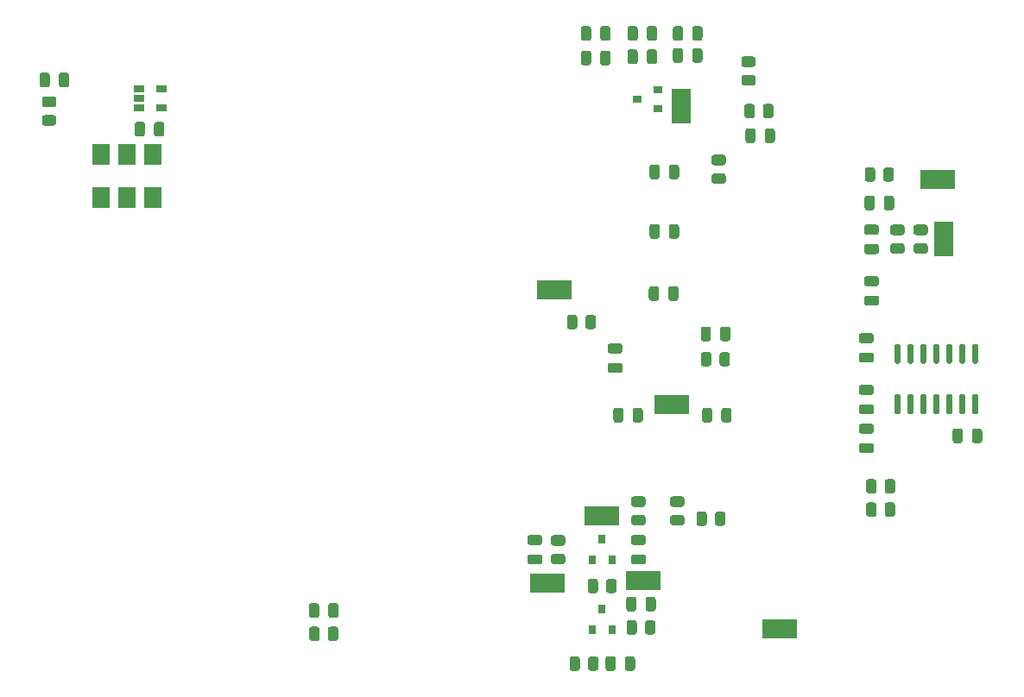
<source format=gbr>
%TF.GenerationSoftware,KiCad,Pcbnew,(5.1.10)-1*%
%TF.CreationDate,2021-06-15T10:49:33-05:00*%
%TF.ProjectId,gd VGC proto pcb,67642056-4743-4207-9072-6f746f207063,rev?*%
%TF.SameCoordinates,Original*%
%TF.FileFunction,Paste,Top*%
%TF.FilePolarity,Positive*%
%FSLAX46Y46*%
G04 Gerber Fmt 4.6, Leading zero omitted, Abs format (unit mm)*
G04 Created by KiCad (PCBNEW (5.1.10)-1) date 2021-06-15 10:49:33*
%MOMM*%
%LPD*%
G01*
G04 APERTURE LIST*
%ADD10R,3.450000X1.850000*%
%ADD11R,1.850000X3.450000*%
%ADD12R,1.800000X2.000000*%
%ADD13R,1.060000X0.650000*%
%ADD14R,0.900000X0.800000*%
%ADD15R,0.800000X0.900000*%
G04 APERTURE END LIST*
D10*
%TO.C,TP4*%
X149860000Y-93726000D03*
%TD*%
%TO.C,TP3*%
X187452000Y-82931000D03*
%TD*%
%TO.C,TP2*%
X171958000Y-127000000D03*
%TD*%
%TO.C,C25*%
G36*
G01*
X180942000Y-98991000D02*
X179992000Y-98991000D01*
G75*
G02*
X179742000Y-98741000I0J250000D01*
G01*
X179742000Y-98241000D01*
G75*
G02*
X179992000Y-97991000I250000J0D01*
G01*
X180942000Y-97991000D01*
G75*
G02*
X181192000Y-98241000I0J-250000D01*
G01*
X181192000Y-98741000D01*
G75*
G02*
X180942000Y-98991000I-250000J0D01*
G01*
G37*
G36*
G01*
X180942000Y-100891000D02*
X179992000Y-100891000D01*
G75*
G02*
X179742000Y-100641000I0J250000D01*
G01*
X179742000Y-100141000D01*
G75*
G02*
X179992000Y-99891000I250000J0D01*
G01*
X180942000Y-99891000D01*
G75*
G02*
X181192000Y-100141000I0J-250000D01*
G01*
X181192000Y-100641000D01*
G75*
G02*
X180942000Y-100891000I-250000J0D01*
G01*
G37*
%TD*%
%TO.C,C102*%
G36*
G01*
X153474000Y-70518000D02*
X153474000Y-71468000D01*
G75*
G02*
X153224000Y-71718000I-250000J0D01*
G01*
X152724000Y-71718000D01*
G75*
G02*
X152474000Y-71468000I0J250000D01*
G01*
X152474000Y-70518000D01*
G75*
G02*
X152724000Y-70268000I250000J0D01*
G01*
X153224000Y-70268000D01*
G75*
G02*
X153474000Y-70518000I0J-250000D01*
G01*
G37*
G36*
G01*
X155374000Y-70518000D02*
X155374000Y-71468000D01*
G75*
G02*
X155124000Y-71718000I-250000J0D01*
G01*
X154624000Y-71718000D01*
G75*
G02*
X154374000Y-71468000I0J250000D01*
G01*
X154374000Y-70518000D01*
G75*
G02*
X154624000Y-70268000I250000J0D01*
G01*
X155124000Y-70268000D01*
G75*
G02*
X155374000Y-70518000I0J-250000D01*
G01*
G37*
%TD*%
%TO.C,C6alt1*%
G36*
G01*
X160205000Y-81694000D02*
X160205000Y-82644000D01*
G75*
G02*
X159955000Y-82894000I-250000J0D01*
G01*
X159455000Y-82894000D01*
G75*
G02*
X159205000Y-82644000I0J250000D01*
G01*
X159205000Y-81694000D01*
G75*
G02*
X159455000Y-81444000I250000J0D01*
G01*
X159955000Y-81444000D01*
G75*
G02*
X160205000Y-81694000I0J-250000D01*
G01*
G37*
G36*
G01*
X162105000Y-81694000D02*
X162105000Y-82644000D01*
G75*
G02*
X161855000Y-82894000I-250000J0D01*
G01*
X161355000Y-82894000D01*
G75*
G02*
X161105000Y-82644000I0J250000D01*
G01*
X161105000Y-81694000D01*
G75*
G02*
X161355000Y-81444000I250000J0D01*
G01*
X161855000Y-81444000D01*
G75*
G02*
X162105000Y-81694000I0J-250000D01*
G01*
G37*
%TD*%
%TO.C,C5alt1*%
G36*
G01*
X160205000Y-87536000D02*
X160205000Y-88486000D01*
G75*
G02*
X159955000Y-88736000I-250000J0D01*
G01*
X159455000Y-88736000D01*
G75*
G02*
X159205000Y-88486000I0J250000D01*
G01*
X159205000Y-87536000D01*
G75*
G02*
X159455000Y-87286000I250000J0D01*
G01*
X159955000Y-87286000D01*
G75*
G02*
X160205000Y-87536000I0J-250000D01*
G01*
G37*
G36*
G01*
X162105000Y-87536000D02*
X162105000Y-88486000D01*
G75*
G02*
X161855000Y-88736000I-250000J0D01*
G01*
X161355000Y-88736000D01*
G75*
G02*
X161105000Y-88486000I0J250000D01*
G01*
X161105000Y-87536000D01*
G75*
G02*
X161355000Y-87286000I250000J0D01*
G01*
X161855000Y-87286000D01*
G75*
G02*
X162105000Y-87536000I0J-250000D01*
G01*
G37*
%TD*%
%TO.C,C4alt1*%
G36*
G01*
X160139000Y-93632000D02*
X160139000Y-94582000D01*
G75*
G02*
X159889000Y-94832000I-250000J0D01*
G01*
X159389000Y-94832000D01*
G75*
G02*
X159139000Y-94582000I0J250000D01*
G01*
X159139000Y-93632000D01*
G75*
G02*
X159389000Y-93382000I250000J0D01*
G01*
X159889000Y-93382000D01*
G75*
G02*
X160139000Y-93632000I0J-250000D01*
G01*
G37*
G36*
G01*
X162039000Y-93632000D02*
X162039000Y-94582000D01*
G75*
G02*
X161789000Y-94832000I-250000J0D01*
G01*
X161289000Y-94832000D01*
G75*
G02*
X161039000Y-94582000I0J250000D01*
G01*
X161039000Y-93632000D01*
G75*
G02*
X161289000Y-93382000I250000J0D01*
G01*
X161789000Y-93382000D01*
G75*
G02*
X162039000Y-93632000I0J-250000D01*
G01*
G37*
%TD*%
%TO.C,C20*%
G36*
G01*
X189923000Y-107602000D02*
X189923000Y-108552000D01*
G75*
G02*
X189673000Y-108802000I-250000J0D01*
G01*
X189173000Y-108802000D01*
G75*
G02*
X188923000Y-108552000I0J250000D01*
G01*
X188923000Y-107602000D01*
G75*
G02*
X189173000Y-107352000I250000J0D01*
G01*
X189673000Y-107352000D01*
G75*
G02*
X189923000Y-107602000I0J-250000D01*
G01*
G37*
G36*
G01*
X191823000Y-107602000D02*
X191823000Y-108552000D01*
G75*
G02*
X191573000Y-108802000I-250000J0D01*
G01*
X191073000Y-108802000D01*
G75*
G02*
X190823000Y-108552000I0J250000D01*
G01*
X190823000Y-107602000D01*
G75*
G02*
X191073000Y-107352000I250000J0D01*
G01*
X191573000Y-107352000D01*
G75*
G02*
X191823000Y-107602000I0J-250000D01*
G01*
G37*
%TD*%
D11*
%TO.C,TP127*%
X162306000Y-75692000D03*
%TD*%
%TO.C,TP67*%
X188087000Y-88773000D03*
%TD*%
D10*
%TO.C,TP61*%
X158623000Y-122301000D03*
%TD*%
%TO.C,TP60*%
X154559000Y-115951000D03*
%TD*%
%TO.C,TP59*%
X149225000Y-122555000D03*
%TD*%
%TO.C,TP1*%
X161417000Y-105029000D03*
%TD*%
%TO.C,R206*%
G36*
G01*
X99879999Y-76600000D02*
X100780001Y-76600000D01*
G75*
G02*
X101030000Y-76849999I0J-249999D01*
G01*
X101030000Y-77375001D01*
G75*
G02*
X100780001Y-77625000I-249999J0D01*
G01*
X99879999Y-77625000D01*
G75*
G02*
X99630000Y-77375001I0J249999D01*
G01*
X99630000Y-76849999D01*
G75*
G02*
X99879999Y-76600000I249999J0D01*
G01*
G37*
G36*
G01*
X99879999Y-74775000D02*
X100780001Y-74775000D01*
G75*
G02*
X101030000Y-75024999I0J-249999D01*
G01*
X101030000Y-75550001D01*
G75*
G02*
X100780001Y-75800000I-249999J0D01*
G01*
X99879999Y-75800000D01*
G75*
G02*
X99630000Y-75550001I0J249999D01*
G01*
X99630000Y-75024999D01*
G75*
G02*
X99879999Y-74775000I249999J0D01*
G01*
G37*
%TD*%
%TO.C,R193*%
G36*
G01*
X165627000Y-116655001D02*
X165627000Y-115754999D01*
G75*
G02*
X165876999Y-115505000I249999J0D01*
G01*
X166402001Y-115505000D01*
G75*
G02*
X166652000Y-115754999I0J-249999D01*
G01*
X166652000Y-116655001D01*
G75*
G02*
X166402001Y-116905000I-249999J0D01*
G01*
X165876999Y-116905000D01*
G75*
G02*
X165627000Y-116655001I0J249999D01*
G01*
G37*
G36*
G01*
X163802000Y-116655001D02*
X163802000Y-115754999D01*
G75*
G02*
X164051999Y-115505000I249999J0D01*
G01*
X164577001Y-115505000D01*
G75*
G02*
X164827000Y-115754999I0J-249999D01*
G01*
X164827000Y-116655001D01*
G75*
G02*
X164577001Y-116905000I-249999J0D01*
G01*
X164051999Y-116905000D01*
G75*
G02*
X163802000Y-116655001I0J249999D01*
G01*
G37*
%TD*%
%TO.C,R191*%
G36*
G01*
X153181000Y-130879001D02*
X153181000Y-129978999D01*
G75*
G02*
X153430999Y-129729000I249999J0D01*
G01*
X153956001Y-129729000D01*
G75*
G02*
X154206000Y-129978999I0J-249999D01*
G01*
X154206000Y-130879001D01*
G75*
G02*
X153956001Y-131129000I-249999J0D01*
G01*
X153430999Y-131129000D01*
G75*
G02*
X153181000Y-130879001I0J249999D01*
G01*
G37*
G36*
G01*
X151356000Y-130879001D02*
X151356000Y-129978999D01*
G75*
G02*
X151605999Y-129729000I249999J0D01*
G01*
X152131001Y-129729000D01*
G75*
G02*
X152381000Y-129978999I0J-249999D01*
G01*
X152381000Y-130879001D01*
G75*
G02*
X152131001Y-131129000I-249999J0D01*
G01*
X151605999Y-131129000D01*
G75*
G02*
X151356000Y-130879001I0J249999D01*
G01*
G37*
%TD*%
%TO.C,R138*%
G36*
G01*
X181337000Y-81972999D02*
X181337000Y-82873001D01*
G75*
G02*
X181087001Y-83123000I-249999J0D01*
G01*
X180561999Y-83123000D01*
G75*
G02*
X180312000Y-82873001I0J249999D01*
G01*
X180312000Y-81972999D01*
G75*
G02*
X180561999Y-81723000I249999J0D01*
G01*
X181087001Y-81723000D01*
G75*
G02*
X181337000Y-81972999I0J-249999D01*
G01*
G37*
G36*
G01*
X183162000Y-81972999D02*
X183162000Y-82873001D01*
G75*
G02*
X182912001Y-83123000I-249999J0D01*
G01*
X182386999Y-83123000D01*
G75*
G02*
X182137000Y-82873001I0J249999D01*
G01*
X182137000Y-81972999D01*
G75*
G02*
X182386999Y-81723000I249999J0D01*
G01*
X182912001Y-81723000D01*
G75*
G02*
X183162000Y-81972999I0J-249999D01*
G01*
G37*
%TD*%
%TO.C,R135*%
G36*
G01*
X185350999Y-89173000D02*
X186251001Y-89173000D01*
G75*
G02*
X186501000Y-89422999I0J-249999D01*
G01*
X186501000Y-89948001D01*
G75*
G02*
X186251001Y-90198000I-249999J0D01*
G01*
X185350999Y-90198000D01*
G75*
G02*
X185101000Y-89948001I0J249999D01*
G01*
X185101000Y-89422999D01*
G75*
G02*
X185350999Y-89173000I249999J0D01*
G01*
G37*
G36*
G01*
X185350999Y-87348000D02*
X186251001Y-87348000D01*
G75*
G02*
X186501000Y-87597999I0J-249999D01*
G01*
X186501000Y-88123001D01*
G75*
G02*
X186251001Y-88373000I-249999J0D01*
G01*
X185350999Y-88373000D01*
G75*
G02*
X185101000Y-88123001I0J249999D01*
G01*
X185101000Y-87597999D01*
G75*
G02*
X185350999Y-87348000I249999J0D01*
G01*
G37*
%TD*%
%TO.C,R114*%
G36*
G01*
X169360001Y-71863000D02*
X168459999Y-71863000D01*
G75*
G02*
X168210000Y-71613001I0J249999D01*
G01*
X168210000Y-71087999D01*
G75*
G02*
X168459999Y-70838000I249999J0D01*
G01*
X169360001Y-70838000D01*
G75*
G02*
X169610000Y-71087999I0J-249999D01*
G01*
X169610000Y-71613001D01*
G75*
G02*
X169360001Y-71863000I-249999J0D01*
G01*
G37*
G36*
G01*
X169360001Y-73688000D02*
X168459999Y-73688000D01*
G75*
G02*
X168210000Y-73438001I0J249999D01*
G01*
X168210000Y-72912999D01*
G75*
G02*
X168459999Y-72663000I249999J0D01*
G01*
X169360001Y-72663000D01*
G75*
G02*
X169610000Y-72912999I0J-249999D01*
G01*
X169610000Y-73438001D01*
G75*
G02*
X169360001Y-73688000I-249999J0D01*
G01*
G37*
%TD*%
%TO.C,R54*%
G36*
G01*
X182264000Y-113480001D02*
X182264000Y-112579999D01*
G75*
G02*
X182513999Y-112330000I249999J0D01*
G01*
X183039001Y-112330000D01*
G75*
G02*
X183289000Y-112579999I0J-249999D01*
G01*
X183289000Y-113480001D01*
G75*
G02*
X183039001Y-113730000I-249999J0D01*
G01*
X182513999Y-113730000D01*
G75*
G02*
X182264000Y-113480001I0J249999D01*
G01*
G37*
G36*
G01*
X180439000Y-113480001D02*
X180439000Y-112579999D01*
G75*
G02*
X180688999Y-112330000I249999J0D01*
G01*
X181214001Y-112330000D01*
G75*
G02*
X181464000Y-112579999I0J-249999D01*
G01*
X181464000Y-113480001D01*
G75*
G02*
X181214001Y-113730000I-249999J0D01*
G01*
X180688999Y-113730000D01*
G75*
G02*
X180439000Y-113480001I0J249999D01*
G01*
G37*
%TD*%
%TO.C,R30*%
G36*
G01*
X126854000Y-127057999D02*
X126854000Y-127958001D01*
G75*
G02*
X126604001Y-128208000I-249999J0D01*
G01*
X126078999Y-128208000D01*
G75*
G02*
X125829000Y-127958001I0J249999D01*
G01*
X125829000Y-127057999D01*
G75*
G02*
X126078999Y-126808000I249999J0D01*
G01*
X126604001Y-126808000D01*
G75*
G02*
X126854000Y-127057999I0J-249999D01*
G01*
G37*
G36*
G01*
X128679000Y-127057999D02*
X128679000Y-127958001D01*
G75*
G02*
X128429001Y-128208000I-249999J0D01*
G01*
X127903999Y-128208000D01*
G75*
G02*
X127654000Y-127958001I0J249999D01*
G01*
X127654000Y-127057999D01*
G75*
G02*
X127903999Y-126808000I249999J0D01*
G01*
X128429001Y-126808000D01*
G75*
G02*
X128679000Y-127057999I0J-249999D01*
G01*
G37*
%TD*%
%TO.C,R19*%
G36*
G01*
X166064200Y-101008601D02*
X166064200Y-100108599D01*
G75*
G02*
X166314199Y-99858600I249999J0D01*
G01*
X166839201Y-99858600D01*
G75*
G02*
X167089200Y-100108599I0J-249999D01*
G01*
X167089200Y-101008601D01*
G75*
G02*
X166839201Y-101258600I-249999J0D01*
G01*
X166314199Y-101258600D01*
G75*
G02*
X166064200Y-101008601I0J249999D01*
G01*
G37*
G36*
G01*
X164239200Y-101008601D02*
X164239200Y-100108599D01*
G75*
G02*
X164489199Y-99858600I249999J0D01*
G01*
X165014201Y-99858600D01*
G75*
G02*
X165264200Y-100108599I0J-249999D01*
G01*
X165264200Y-101008601D01*
G75*
G02*
X165014201Y-101258600I-249999J0D01*
G01*
X164489199Y-101258600D01*
G75*
G02*
X164239200Y-101008601I0J249999D01*
G01*
G37*
%TD*%
%TO.C,R18*%
G36*
G01*
X152127000Y-96450999D02*
X152127000Y-97351001D01*
G75*
G02*
X151877001Y-97601000I-249999J0D01*
G01*
X151351999Y-97601000D01*
G75*
G02*
X151102000Y-97351001I0J249999D01*
G01*
X151102000Y-96450999D01*
G75*
G02*
X151351999Y-96201000I249999J0D01*
G01*
X151877001Y-96201000D01*
G75*
G02*
X152127000Y-96450999I0J-249999D01*
G01*
G37*
G36*
G01*
X153952000Y-96450999D02*
X153952000Y-97351001D01*
G75*
G02*
X153702001Y-97601000I-249999J0D01*
G01*
X153176999Y-97601000D01*
G75*
G02*
X152927000Y-97351001I0J249999D01*
G01*
X152927000Y-96450999D01*
G75*
G02*
X153176999Y-96201000I249999J0D01*
G01*
X153702001Y-96201000D01*
G75*
G02*
X153952000Y-96450999I0J-249999D01*
G01*
G37*
%TD*%
%TO.C,R17*%
G36*
G01*
X158769000Y-127323001D02*
X158769000Y-126422999D01*
G75*
G02*
X159018999Y-126173000I249999J0D01*
G01*
X159544001Y-126173000D01*
G75*
G02*
X159794000Y-126422999I0J-249999D01*
G01*
X159794000Y-127323001D01*
G75*
G02*
X159544001Y-127573000I-249999J0D01*
G01*
X159018999Y-127573000D01*
G75*
G02*
X158769000Y-127323001I0J249999D01*
G01*
G37*
G36*
G01*
X156944000Y-127323001D02*
X156944000Y-126422999D01*
G75*
G02*
X157193999Y-126173000I249999J0D01*
G01*
X157719001Y-126173000D01*
G75*
G02*
X157969000Y-126422999I0J-249999D01*
G01*
X157969000Y-127323001D01*
G75*
G02*
X157719001Y-127573000I-249999J0D01*
G01*
X157193999Y-127573000D01*
G75*
G02*
X156944000Y-127323001I0J249999D01*
G01*
G37*
%TD*%
%TO.C,R16*%
G36*
G01*
X166439001Y-81515000D02*
X165538999Y-81515000D01*
G75*
G02*
X165289000Y-81265001I0J249999D01*
G01*
X165289000Y-80739999D01*
G75*
G02*
X165538999Y-80490000I249999J0D01*
G01*
X166439001Y-80490000D01*
G75*
G02*
X166689000Y-80739999I0J-249999D01*
G01*
X166689000Y-81265001D01*
G75*
G02*
X166439001Y-81515000I-249999J0D01*
G01*
G37*
G36*
G01*
X166439001Y-83340000D02*
X165538999Y-83340000D01*
G75*
G02*
X165289000Y-83090001I0J249999D01*
G01*
X165289000Y-82564999D01*
G75*
G02*
X165538999Y-82315000I249999J0D01*
G01*
X166439001Y-82315000D01*
G75*
G02*
X166689000Y-82564999I0J-249999D01*
G01*
X166689000Y-83090001D01*
G75*
G02*
X166439001Y-83340000I-249999J0D01*
G01*
G37*
%TD*%
%TO.C,R15*%
G36*
G01*
X183064999Y-89173000D02*
X183965001Y-89173000D01*
G75*
G02*
X184215000Y-89422999I0J-249999D01*
G01*
X184215000Y-89948001D01*
G75*
G02*
X183965001Y-90198000I-249999J0D01*
G01*
X183064999Y-90198000D01*
G75*
G02*
X182815000Y-89948001I0J249999D01*
G01*
X182815000Y-89422999D01*
G75*
G02*
X183064999Y-89173000I249999J0D01*
G01*
G37*
G36*
G01*
X183064999Y-87348000D02*
X183965001Y-87348000D01*
G75*
G02*
X184215000Y-87597999I0J-249999D01*
G01*
X184215000Y-88123001D01*
G75*
G02*
X183965001Y-88373000I-249999J0D01*
G01*
X183064999Y-88373000D01*
G75*
G02*
X182815000Y-88123001I0J249999D01*
G01*
X182815000Y-87597999D01*
G75*
G02*
X183064999Y-87348000I249999J0D01*
G01*
G37*
%TD*%
%TO.C,R14*%
G36*
G01*
X162375001Y-115043000D02*
X161474999Y-115043000D01*
G75*
G02*
X161225000Y-114793001I0J249999D01*
G01*
X161225000Y-114267999D01*
G75*
G02*
X161474999Y-114018000I249999J0D01*
G01*
X162375001Y-114018000D01*
G75*
G02*
X162625000Y-114267999I0J-249999D01*
G01*
X162625000Y-114793001D01*
G75*
G02*
X162375001Y-115043000I-249999J0D01*
G01*
G37*
G36*
G01*
X162375001Y-116868000D02*
X161474999Y-116868000D01*
G75*
G02*
X161225000Y-116618001I0J249999D01*
G01*
X161225000Y-116092999D01*
G75*
G02*
X161474999Y-115843000I249999J0D01*
G01*
X162375001Y-115843000D01*
G75*
G02*
X162625000Y-116092999I0J-249999D01*
G01*
X162625000Y-116618001D01*
G75*
G02*
X162375001Y-116868000I-249999J0D01*
G01*
G37*
%TD*%
%TO.C,R13*%
G36*
G01*
X149790999Y-119653000D02*
X150691001Y-119653000D01*
G75*
G02*
X150941000Y-119902999I0J-249999D01*
G01*
X150941000Y-120428001D01*
G75*
G02*
X150691001Y-120678000I-249999J0D01*
G01*
X149790999Y-120678000D01*
G75*
G02*
X149541000Y-120428001I0J249999D01*
G01*
X149541000Y-119902999D01*
G75*
G02*
X149790999Y-119653000I249999J0D01*
G01*
G37*
G36*
G01*
X149790999Y-117828000D02*
X150691001Y-117828000D01*
G75*
G02*
X150941000Y-118077999I0J-249999D01*
G01*
X150941000Y-118603001D01*
G75*
G02*
X150691001Y-118853000I-249999J0D01*
G01*
X149790999Y-118853000D01*
G75*
G02*
X149541000Y-118603001I0J249999D01*
G01*
X149541000Y-118077999D01*
G75*
G02*
X149790999Y-117828000I249999J0D01*
G01*
G37*
%TD*%
%TO.C,R12*%
G36*
G01*
X154959000Y-123259001D02*
X154959000Y-122358999D01*
G75*
G02*
X155208999Y-122109000I249999J0D01*
G01*
X155734001Y-122109000D01*
G75*
G02*
X155984000Y-122358999I0J-249999D01*
G01*
X155984000Y-123259001D01*
G75*
G02*
X155734001Y-123509000I-249999J0D01*
G01*
X155208999Y-123509000D01*
G75*
G02*
X154959000Y-123259001I0J249999D01*
G01*
G37*
G36*
G01*
X153134000Y-123259001D02*
X153134000Y-122358999D01*
G75*
G02*
X153383999Y-122109000I249999J0D01*
G01*
X153909001Y-122109000D01*
G75*
G02*
X154159000Y-122358999I0J-249999D01*
G01*
X154159000Y-123259001D01*
G75*
G02*
X153909001Y-123509000I-249999J0D01*
G01*
X153383999Y-123509000D01*
G75*
G02*
X153134000Y-123259001I0J249999D01*
G01*
G37*
%TD*%
%TO.C,R10*%
G36*
G01*
X170326000Y-76650001D02*
X170326000Y-75749999D01*
G75*
G02*
X170575999Y-75500000I249999J0D01*
G01*
X171101001Y-75500000D01*
G75*
G02*
X171351000Y-75749999I0J-249999D01*
G01*
X171351000Y-76650001D01*
G75*
G02*
X171101001Y-76900000I-249999J0D01*
G01*
X170575999Y-76900000D01*
G75*
G02*
X170326000Y-76650001I0J249999D01*
G01*
G37*
G36*
G01*
X168501000Y-76650001D02*
X168501000Y-75749999D01*
G75*
G02*
X168750999Y-75500000I249999J0D01*
G01*
X169276001Y-75500000D01*
G75*
G02*
X169526000Y-75749999I0J-249999D01*
G01*
X169526000Y-76650001D01*
G75*
G02*
X169276001Y-76900000I-249999J0D01*
G01*
X168750999Y-76900000D01*
G75*
G02*
X168501000Y-76650001I0J249999D01*
G01*
G37*
%TD*%
%TO.C,R8*%
G36*
G01*
X182264000Y-115766001D02*
X182264000Y-114865999D01*
G75*
G02*
X182513999Y-114616000I249999J0D01*
G01*
X183039001Y-114616000D01*
G75*
G02*
X183289000Y-114865999I0J-249999D01*
G01*
X183289000Y-115766001D01*
G75*
G02*
X183039001Y-116016000I-249999J0D01*
G01*
X182513999Y-116016000D01*
G75*
G02*
X182264000Y-115766001I0J249999D01*
G01*
G37*
G36*
G01*
X180439000Y-115766001D02*
X180439000Y-114865999D01*
G75*
G02*
X180688999Y-114616000I249999J0D01*
G01*
X181214001Y-114616000D01*
G75*
G02*
X181464000Y-114865999I0J-249999D01*
G01*
X181464000Y-115766001D01*
G75*
G02*
X181214001Y-116016000I-249999J0D01*
G01*
X180688999Y-116016000D01*
G75*
G02*
X180439000Y-115766001I0J249999D01*
G01*
G37*
%TD*%
%TO.C,R1*%
G36*
G01*
X157664999Y-115843000D02*
X158565001Y-115843000D01*
G75*
G02*
X158815000Y-116092999I0J-249999D01*
G01*
X158815000Y-116618001D01*
G75*
G02*
X158565001Y-116868000I-249999J0D01*
G01*
X157664999Y-116868000D01*
G75*
G02*
X157415000Y-116618001I0J249999D01*
G01*
X157415000Y-116092999D01*
G75*
G02*
X157664999Y-115843000I249999J0D01*
G01*
G37*
G36*
G01*
X157664999Y-114018000D02*
X158565001Y-114018000D01*
G75*
G02*
X158815000Y-114267999I0J-249999D01*
G01*
X158815000Y-114793001D01*
G75*
G02*
X158565001Y-115043000I-249999J0D01*
G01*
X157664999Y-115043000D01*
G75*
G02*
X157415000Y-114793001I0J249999D01*
G01*
X157415000Y-114267999D01*
G75*
G02*
X157664999Y-114018000I249999J0D01*
G01*
G37*
%TD*%
%TO.C,C101*%
G36*
G01*
X158046000Y-70391000D02*
X158046000Y-71341000D01*
G75*
G02*
X157796000Y-71591000I-250000J0D01*
G01*
X157296000Y-71591000D01*
G75*
G02*
X157046000Y-71341000I0J250000D01*
G01*
X157046000Y-70391000D01*
G75*
G02*
X157296000Y-70141000I250000J0D01*
G01*
X157796000Y-70141000D01*
G75*
G02*
X158046000Y-70391000I0J-250000D01*
G01*
G37*
G36*
G01*
X159946000Y-70391000D02*
X159946000Y-71341000D01*
G75*
G02*
X159696000Y-71591000I-250000J0D01*
G01*
X159196000Y-71591000D01*
G75*
G02*
X158946000Y-71341000I0J250000D01*
G01*
X158946000Y-70391000D01*
G75*
G02*
X159196000Y-70141000I250000J0D01*
G01*
X159696000Y-70141000D01*
G75*
G02*
X159946000Y-70391000I0J-250000D01*
G01*
G37*
%TD*%
%TO.C,C100*%
G36*
G01*
X162491000Y-70264000D02*
X162491000Y-71214000D01*
G75*
G02*
X162241000Y-71464000I-250000J0D01*
G01*
X161741000Y-71464000D01*
G75*
G02*
X161491000Y-71214000I0J250000D01*
G01*
X161491000Y-70264000D01*
G75*
G02*
X161741000Y-70014000I250000J0D01*
G01*
X162241000Y-70014000D01*
G75*
G02*
X162491000Y-70264000I0J-250000D01*
G01*
G37*
G36*
G01*
X164391000Y-70264000D02*
X164391000Y-71214000D01*
G75*
G02*
X164141000Y-71464000I-250000J0D01*
G01*
X163641000Y-71464000D01*
G75*
G02*
X163391000Y-71214000I0J250000D01*
G01*
X163391000Y-70264000D01*
G75*
G02*
X163641000Y-70014000I250000J0D01*
G01*
X164141000Y-70014000D01*
G75*
G02*
X164391000Y-70264000I0J-250000D01*
G01*
G37*
%TD*%
%TO.C,C33*%
G36*
G01*
X180500000Y-89243000D02*
X181450000Y-89243000D01*
G75*
G02*
X181700000Y-89493000I0J-250000D01*
G01*
X181700000Y-89993000D01*
G75*
G02*
X181450000Y-90243000I-250000J0D01*
G01*
X180500000Y-90243000D01*
G75*
G02*
X180250000Y-89993000I0J250000D01*
G01*
X180250000Y-89493000D01*
G75*
G02*
X180500000Y-89243000I250000J0D01*
G01*
G37*
G36*
G01*
X180500000Y-87343000D02*
X181450000Y-87343000D01*
G75*
G02*
X181700000Y-87593000I0J-250000D01*
G01*
X181700000Y-88093000D01*
G75*
G02*
X181450000Y-88343000I-250000J0D01*
G01*
X180500000Y-88343000D01*
G75*
G02*
X180250000Y-88093000I0J250000D01*
G01*
X180250000Y-87593000D01*
G75*
G02*
X180500000Y-87343000I250000J0D01*
G01*
G37*
%TD*%
%TO.C,C32*%
G36*
G01*
X163391000Y-69055000D02*
X163391000Y-68105000D01*
G75*
G02*
X163641000Y-67855000I250000J0D01*
G01*
X164141000Y-67855000D01*
G75*
G02*
X164391000Y-68105000I0J-250000D01*
G01*
X164391000Y-69055000D01*
G75*
G02*
X164141000Y-69305000I-250000J0D01*
G01*
X163641000Y-69305000D01*
G75*
G02*
X163391000Y-69055000I0J250000D01*
G01*
G37*
G36*
G01*
X161491000Y-69055000D02*
X161491000Y-68105000D01*
G75*
G02*
X161741000Y-67855000I250000J0D01*
G01*
X162241000Y-67855000D01*
G75*
G02*
X162491000Y-68105000I0J-250000D01*
G01*
X162491000Y-69055000D01*
G75*
G02*
X162241000Y-69305000I-250000J0D01*
G01*
X161741000Y-69305000D01*
G75*
G02*
X161491000Y-69055000I0J250000D01*
G01*
G37*
%TD*%
%TO.C,C31*%
G36*
G01*
X158946000Y-69055000D02*
X158946000Y-68105000D01*
G75*
G02*
X159196000Y-67855000I250000J0D01*
G01*
X159696000Y-67855000D01*
G75*
G02*
X159946000Y-68105000I0J-250000D01*
G01*
X159946000Y-69055000D01*
G75*
G02*
X159696000Y-69305000I-250000J0D01*
G01*
X159196000Y-69305000D01*
G75*
G02*
X158946000Y-69055000I0J250000D01*
G01*
G37*
G36*
G01*
X157046000Y-69055000D02*
X157046000Y-68105000D01*
G75*
G02*
X157296000Y-67855000I250000J0D01*
G01*
X157796000Y-67855000D01*
G75*
G02*
X158046000Y-68105000I0J-250000D01*
G01*
X158046000Y-69055000D01*
G75*
G02*
X157796000Y-69305000I-250000J0D01*
G01*
X157296000Y-69305000D01*
G75*
G02*
X157046000Y-69055000I0J250000D01*
G01*
G37*
%TD*%
%TO.C,C30*%
G36*
G01*
X127704000Y-125697000D02*
X127704000Y-124747000D01*
G75*
G02*
X127954000Y-124497000I250000J0D01*
G01*
X128454000Y-124497000D01*
G75*
G02*
X128704000Y-124747000I0J-250000D01*
G01*
X128704000Y-125697000D01*
G75*
G02*
X128454000Y-125947000I-250000J0D01*
G01*
X127954000Y-125947000D01*
G75*
G02*
X127704000Y-125697000I0J250000D01*
G01*
G37*
G36*
G01*
X125804000Y-125697000D02*
X125804000Y-124747000D01*
G75*
G02*
X126054000Y-124497000I250000J0D01*
G01*
X126554000Y-124497000D01*
G75*
G02*
X126804000Y-124747000I0J-250000D01*
G01*
X126804000Y-125697000D01*
G75*
G02*
X126554000Y-125947000I-250000J0D01*
G01*
X126054000Y-125947000D01*
G75*
G02*
X125804000Y-125697000I0J250000D01*
G01*
G37*
%TD*%
%TO.C,C29*%
G36*
G01*
X154374000Y-69055000D02*
X154374000Y-68105000D01*
G75*
G02*
X154624000Y-67855000I250000J0D01*
G01*
X155124000Y-67855000D01*
G75*
G02*
X155374000Y-68105000I0J-250000D01*
G01*
X155374000Y-69055000D01*
G75*
G02*
X155124000Y-69305000I-250000J0D01*
G01*
X154624000Y-69305000D01*
G75*
G02*
X154374000Y-69055000I0J250000D01*
G01*
G37*
G36*
G01*
X152474000Y-69055000D02*
X152474000Y-68105000D01*
G75*
G02*
X152724000Y-67855000I250000J0D01*
G01*
X153224000Y-67855000D01*
G75*
G02*
X153474000Y-68105000I0J-250000D01*
G01*
X153474000Y-69055000D01*
G75*
G02*
X153224000Y-69305000I-250000J0D01*
G01*
X152724000Y-69305000D01*
G75*
G02*
X152474000Y-69055000I0J250000D01*
G01*
G37*
%TD*%
%TO.C,C23*%
G36*
G01*
X157919000Y-124112000D02*
X157919000Y-125062000D01*
G75*
G02*
X157669000Y-125312000I-250000J0D01*
G01*
X157169000Y-125312000D01*
G75*
G02*
X156919000Y-125062000I0J250000D01*
G01*
X156919000Y-124112000D01*
G75*
G02*
X157169000Y-123862000I250000J0D01*
G01*
X157669000Y-123862000D01*
G75*
G02*
X157919000Y-124112000I0J-250000D01*
G01*
G37*
G36*
G01*
X159819000Y-124112000D02*
X159819000Y-125062000D01*
G75*
G02*
X159569000Y-125312000I-250000J0D01*
G01*
X159069000Y-125312000D01*
G75*
G02*
X158819000Y-125062000I0J250000D01*
G01*
X158819000Y-124112000D01*
G75*
G02*
X159069000Y-123862000I250000J0D01*
G01*
X159569000Y-123862000D01*
G75*
G02*
X159819000Y-124112000I0J-250000D01*
G01*
G37*
%TD*%
%TO.C,C19*%
G36*
G01*
X158590000Y-118803000D02*
X157640000Y-118803000D01*
G75*
G02*
X157390000Y-118553000I0J250000D01*
G01*
X157390000Y-118053000D01*
G75*
G02*
X157640000Y-117803000I250000J0D01*
G01*
X158590000Y-117803000D01*
G75*
G02*
X158840000Y-118053000I0J-250000D01*
G01*
X158840000Y-118553000D01*
G75*
G02*
X158590000Y-118803000I-250000J0D01*
G01*
G37*
G36*
G01*
X158590000Y-120703000D02*
X157640000Y-120703000D01*
G75*
G02*
X157390000Y-120453000I0J250000D01*
G01*
X157390000Y-119953000D01*
G75*
G02*
X157640000Y-119703000I250000J0D01*
G01*
X158590000Y-119703000D01*
G75*
G02*
X158840000Y-119953000I0J-250000D01*
G01*
X158840000Y-120453000D01*
G75*
G02*
X158590000Y-120703000I-250000J0D01*
G01*
G37*
%TD*%
%TO.C,C18*%
G36*
G01*
X147480000Y-119703000D02*
X148430000Y-119703000D01*
G75*
G02*
X148680000Y-119953000I0J-250000D01*
G01*
X148680000Y-120453000D01*
G75*
G02*
X148430000Y-120703000I-250000J0D01*
G01*
X147480000Y-120703000D01*
G75*
G02*
X147230000Y-120453000I0J250000D01*
G01*
X147230000Y-119953000D01*
G75*
G02*
X147480000Y-119703000I250000J0D01*
G01*
G37*
G36*
G01*
X147480000Y-117803000D02*
X148430000Y-117803000D01*
G75*
G02*
X148680000Y-118053000I0J-250000D01*
G01*
X148680000Y-118553000D01*
G75*
G02*
X148430000Y-118803000I-250000J0D01*
G01*
X147480000Y-118803000D01*
G75*
G02*
X147230000Y-118553000I0J250000D01*
G01*
X147230000Y-118053000D01*
G75*
G02*
X147480000Y-117803000I250000J0D01*
G01*
G37*
%TD*%
%TO.C,C17*%
G36*
G01*
X155887000Y-129954000D02*
X155887000Y-130904000D01*
G75*
G02*
X155637000Y-131154000I-250000J0D01*
G01*
X155137000Y-131154000D01*
G75*
G02*
X154887000Y-130904000I0J250000D01*
G01*
X154887000Y-129954000D01*
G75*
G02*
X155137000Y-129704000I250000J0D01*
G01*
X155637000Y-129704000D01*
G75*
G02*
X155887000Y-129954000I0J-250000D01*
G01*
G37*
G36*
G01*
X157787000Y-129954000D02*
X157787000Y-130904000D01*
G75*
G02*
X157537000Y-131154000I-250000J0D01*
G01*
X157037000Y-131154000D01*
G75*
G02*
X156787000Y-130904000I0J250000D01*
G01*
X156787000Y-129954000D01*
G75*
G02*
X157037000Y-129704000I250000J0D01*
G01*
X157537000Y-129704000D01*
G75*
G02*
X157787000Y-129954000I0J-250000D01*
G01*
G37*
%TD*%
%TO.C,C12*%
G36*
G01*
X182187000Y-85692000D02*
X182187000Y-84742000D01*
G75*
G02*
X182437000Y-84492000I250000J0D01*
G01*
X182937000Y-84492000D01*
G75*
G02*
X183187000Y-84742000I0J-250000D01*
G01*
X183187000Y-85692000D01*
G75*
G02*
X182937000Y-85942000I-250000J0D01*
G01*
X182437000Y-85942000D01*
G75*
G02*
X182187000Y-85692000I0J250000D01*
G01*
G37*
G36*
G01*
X180287000Y-85692000D02*
X180287000Y-84742000D01*
G75*
G02*
X180537000Y-84492000I250000J0D01*
G01*
X181037000Y-84492000D01*
G75*
G02*
X181287000Y-84742000I0J-250000D01*
G01*
X181287000Y-85692000D01*
G75*
G02*
X181037000Y-85942000I-250000J0D01*
G01*
X180537000Y-85942000D01*
G75*
G02*
X180287000Y-85692000I0J250000D01*
G01*
G37*
%TD*%
%TO.C,C11*%
G36*
G01*
X165234200Y-97594400D02*
X165234200Y-98544400D01*
G75*
G02*
X164984200Y-98794400I-250000J0D01*
G01*
X164484200Y-98794400D01*
G75*
G02*
X164234200Y-98544400I0J250000D01*
G01*
X164234200Y-97594400D01*
G75*
G02*
X164484200Y-97344400I250000J0D01*
G01*
X164984200Y-97344400D01*
G75*
G02*
X165234200Y-97594400I0J-250000D01*
G01*
G37*
G36*
G01*
X167134200Y-97594400D02*
X167134200Y-98544400D01*
G75*
G02*
X166884200Y-98794400I-250000J0D01*
G01*
X166384200Y-98794400D01*
G75*
G02*
X166134200Y-98544400I0J250000D01*
G01*
X166134200Y-97594400D01*
G75*
G02*
X166384200Y-97344400I250000J0D01*
G01*
X166884200Y-97344400D01*
G75*
G02*
X167134200Y-97594400I0J-250000D01*
G01*
G37*
%TD*%
%TO.C,C10*%
G36*
G01*
X179992000Y-104971000D02*
X180942000Y-104971000D01*
G75*
G02*
X181192000Y-105221000I0J-250000D01*
G01*
X181192000Y-105721000D01*
G75*
G02*
X180942000Y-105971000I-250000J0D01*
G01*
X179992000Y-105971000D01*
G75*
G02*
X179742000Y-105721000I0J250000D01*
G01*
X179742000Y-105221000D01*
G75*
G02*
X179992000Y-104971000I250000J0D01*
G01*
G37*
G36*
G01*
X179992000Y-103071000D02*
X180942000Y-103071000D01*
G75*
G02*
X181192000Y-103321000I0J-250000D01*
G01*
X181192000Y-103821000D01*
G75*
G02*
X180942000Y-104071000I-250000J0D01*
G01*
X179992000Y-104071000D01*
G75*
G02*
X179742000Y-103821000I0J250000D01*
G01*
X179742000Y-103321000D01*
G75*
G02*
X179992000Y-103071000I250000J0D01*
G01*
G37*
%TD*%
%TO.C,C9*%
G36*
G01*
X180942000Y-107881000D02*
X179992000Y-107881000D01*
G75*
G02*
X179742000Y-107631000I0J250000D01*
G01*
X179742000Y-107131000D01*
G75*
G02*
X179992000Y-106881000I250000J0D01*
G01*
X180942000Y-106881000D01*
G75*
G02*
X181192000Y-107131000I0J-250000D01*
G01*
X181192000Y-107631000D01*
G75*
G02*
X180942000Y-107881000I-250000J0D01*
G01*
G37*
G36*
G01*
X180942000Y-109781000D02*
X179992000Y-109781000D01*
G75*
G02*
X179742000Y-109531000I0J250000D01*
G01*
X179742000Y-109031000D01*
G75*
G02*
X179992000Y-108781000I250000J0D01*
G01*
X180942000Y-108781000D01*
G75*
G02*
X181192000Y-109031000I0J-250000D01*
G01*
X181192000Y-109531000D01*
G75*
G02*
X180942000Y-109781000I-250000J0D01*
G01*
G37*
%TD*%
%TO.C,C8*%
G36*
G01*
X169603000Y-78138000D02*
X169603000Y-79088000D01*
G75*
G02*
X169353000Y-79338000I-250000J0D01*
G01*
X168853000Y-79338000D01*
G75*
G02*
X168603000Y-79088000I0J250000D01*
G01*
X168603000Y-78138000D01*
G75*
G02*
X168853000Y-77888000I250000J0D01*
G01*
X169353000Y-77888000D01*
G75*
G02*
X169603000Y-78138000I0J-250000D01*
G01*
G37*
G36*
G01*
X171503000Y-78138000D02*
X171503000Y-79088000D01*
G75*
G02*
X171253000Y-79338000I-250000J0D01*
G01*
X170753000Y-79338000D01*
G75*
G02*
X170503000Y-79088000I0J250000D01*
G01*
X170503000Y-78138000D01*
G75*
G02*
X170753000Y-77888000I250000J0D01*
G01*
X171253000Y-77888000D01*
G75*
G02*
X171503000Y-78138000I0J-250000D01*
G01*
G37*
%TD*%
%TO.C,C7*%
G36*
G01*
X180500000Y-94303000D02*
X181450000Y-94303000D01*
G75*
G02*
X181700000Y-94553000I0J-250000D01*
G01*
X181700000Y-95053000D01*
G75*
G02*
X181450000Y-95303000I-250000J0D01*
G01*
X180500000Y-95303000D01*
G75*
G02*
X180250000Y-95053000I0J250000D01*
G01*
X180250000Y-94553000D01*
G75*
G02*
X180500000Y-94303000I250000J0D01*
G01*
G37*
G36*
G01*
X180500000Y-92403000D02*
X181450000Y-92403000D01*
G75*
G02*
X181700000Y-92653000I0J-250000D01*
G01*
X181700000Y-93153000D01*
G75*
G02*
X181450000Y-93403000I-250000J0D01*
G01*
X180500000Y-93403000D01*
G75*
G02*
X180250000Y-93153000I0J250000D01*
G01*
X180250000Y-92653000D01*
G75*
G02*
X180500000Y-92403000I250000J0D01*
G01*
G37*
%TD*%
%TO.C,C3*%
G36*
G01*
X155354000Y-100907000D02*
X156304000Y-100907000D01*
G75*
G02*
X156554000Y-101157000I0J-250000D01*
G01*
X156554000Y-101657000D01*
G75*
G02*
X156304000Y-101907000I-250000J0D01*
G01*
X155354000Y-101907000D01*
G75*
G02*
X155104000Y-101657000I0J250000D01*
G01*
X155104000Y-101157000D01*
G75*
G02*
X155354000Y-100907000I250000J0D01*
G01*
G37*
G36*
G01*
X155354000Y-99007000D02*
X156304000Y-99007000D01*
G75*
G02*
X156554000Y-99257000I0J-250000D01*
G01*
X156554000Y-99757000D01*
G75*
G02*
X156304000Y-100007000I-250000J0D01*
G01*
X155354000Y-100007000D01*
G75*
G02*
X155104000Y-99757000I0J250000D01*
G01*
X155104000Y-99257000D01*
G75*
G02*
X155354000Y-99007000I250000J0D01*
G01*
G37*
%TD*%
%TO.C,C2*%
G36*
G01*
X165351000Y-105570000D02*
X165351000Y-106520000D01*
G75*
G02*
X165101000Y-106770000I-250000J0D01*
G01*
X164601000Y-106770000D01*
G75*
G02*
X164351000Y-106520000I0J250000D01*
G01*
X164351000Y-105570000D01*
G75*
G02*
X164601000Y-105320000I250000J0D01*
G01*
X165101000Y-105320000D01*
G75*
G02*
X165351000Y-105570000I0J-250000D01*
G01*
G37*
G36*
G01*
X167251000Y-105570000D02*
X167251000Y-106520000D01*
G75*
G02*
X167001000Y-106770000I-250000J0D01*
G01*
X166501000Y-106770000D01*
G75*
G02*
X166251000Y-106520000I0J250000D01*
G01*
X166251000Y-105570000D01*
G75*
G02*
X166501000Y-105320000I250000J0D01*
G01*
X167001000Y-105320000D01*
G75*
G02*
X167251000Y-105570000I0J-250000D01*
G01*
G37*
%TD*%
%TO.C,C1*%
G36*
G01*
X157549000Y-106520000D02*
X157549000Y-105570000D01*
G75*
G02*
X157799000Y-105320000I250000J0D01*
G01*
X158299000Y-105320000D01*
G75*
G02*
X158549000Y-105570000I0J-250000D01*
G01*
X158549000Y-106520000D01*
G75*
G02*
X158299000Y-106770000I-250000J0D01*
G01*
X157799000Y-106770000D01*
G75*
G02*
X157549000Y-106520000I0J250000D01*
G01*
G37*
G36*
G01*
X155649000Y-106520000D02*
X155649000Y-105570000D01*
G75*
G02*
X155899000Y-105320000I250000J0D01*
G01*
X156399000Y-105320000D01*
G75*
G02*
X156649000Y-105570000I0J-250000D01*
G01*
X156649000Y-106520000D01*
G75*
G02*
X156399000Y-106770000I-250000J0D01*
G01*
X155899000Y-106770000D01*
G75*
G02*
X155649000Y-106520000I0J250000D01*
G01*
G37*
%TD*%
%TO.C,UE7-1*%
G36*
G01*
X190985000Y-103989000D02*
X191285000Y-103989000D01*
G75*
G02*
X191435000Y-104139000I0J-150000D01*
G01*
X191435000Y-105789000D01*
G75*
G02*
X191285000Y-105939000I-150000J0D01*
G01*
X190985000Y-105939000D01*
G75*
G02*
X190835000Y-105789000I0J150000D01*
G01*
X190835000Y-104139000D01*
G75*
G02*
X190985000Y-103989000I150000J0D01*
G01*
G37*
G36*
G01*
X189715000Y-103989000D02*
X190015000Y-103989000D01*
G75*
G02*
X190165000Y-104139000I0J-150000D01*
G01*
X190165000Y-105789000D01*
G75*
G02*
X190015000Y-105939000I-150000J0D01*
G01*
X189715000Y-105939000D01*
G75*
G02*
X189565000Y-105789000I0J150000D01*
G01*
X189565000Y-104139000D01*
G75*
G02*
X189715000Y-103989000I150000J0D01*
G01*
G37*
G36*
G01*
X188445000Y-103989000D02*
X188745000Y-103989000D01*
G75*
G02*
X188895000Y-104139000I0J-150000D01*
G01*
X188895000Y-105789000D01*
G75*
G02*
X188745000Y-105939000I-150000J0D01*
G01*
X188445000Y-105939000D01*
G75*
G02*
X188295000Y-105789000I0J150000D01*
G01*
X188295000Y-104139000D01*
G75*
G02*
X188445000Y-103989000I150000J0D01*
G01*
G37*
G36*
G01*
X187175000Y-103989000D02*
X187475000Y-103989000D01*
G75*
G02*
X187625000Y-104139000I0J-150000D01*
G01*
X187625000Y-105789000D01*
G75*
G02*
X187475000Y-105939000I-150000J0D01*
G01*
X187175000Y-105939000D01*
G75*
G02*
X187025000Y-105789000I0J150000D01*
G01*
X187025000Y-104139000D01*
G75*
G02*
X187175000Y-103989000I150000J0D01*
G01*
G37*
G36*
G01*
X185905000Y-103989000D02*
X186205000Y-103989000D01*
G75*
G02*
X186355000Y-104139000I0J-150000D01*
G01*
X186355000Y-105789000D01*
G75*
G02*
X186205000Y-105939000I-150000J0D01*
G01*
X185905000Y-105939000D01*
G75*
G02*
X185755000Y-105789000I0J150000D01*
G01*
X185755000Y-104139000D01*
G75*
G02*
X185905000Y-103989000I150000J0D01*
G01*
G37*
G36*
G01*
X184635000Y-103989000D02*
X184935000Y-103989000D01*
G75*
G02*
X185085000Y-104139000I0J-150000D01*
G01*
X185085000Y-105789000D01*
G75*
G02*
X184935000Y-105939000I-150000J0D01*
G01*
X184635000Y-105939000D01*
G75*
G02*
X184485000Y-105789000I0J150000D01*
G01*
X184485000Y-104139000D01*
G75*
G02*
X184635000Y-103989000I150000J0D01*
G01*
G37*
G36*
G01*
X183365000Y-103989000D02*
X183665000Y-103989000D01*
G75*
G02*
X183815000Y-104139000I0J-150000D01*
G01*
X183815000Y-105789000D01*
G75*
G02*
X183665000Y-105939000I-150000J0D01*
G01*
X183365000Y-105939000D01*
G75*
G02*
X183215000Y-105789000I0J150000D01*
G01*
X183215000Y-104139000D01*
G75*
G02*
X183365000Y-103989000I150000J0D01*
G01*
G37*
G36*
G01*
X183365000Y-99039000D02*
X183665000Y-99039000D01*
G75*
G02*
X183815000Y-99189000I0J-150000D01*
G01*
X183815000Y-100839000D01*
G75*
G02*
X183665000Y-100989000I-150000J0D01*
G01*
X183365000Y-100989000D01*
G75*
G02*
X183215000Y-100839000I0J150000D01*
G01*
X183215000Y-99189000D01*
G75*
G02*
X183365000Y-99039000I150000J0D01*
G01*
G37*
G36*
G01*
X184635000Y-99039000D02*
X184935000Y-99039000D01*
G75*
G02*
X185085000Y-99189000I0J-150000D01*
G01*
X185085000Y-100839000D01*
G75*
G02*
X184935000Y-100989000I-150000J0D01*
G01*
X184635000Y-100989000D01*
G75*
G02*
X184485000Y-100839000I0J150000D01*
G01*
X184485000Y-99189000D01*
G75*
G02*
X184635000Y-99039000I150000J0D01*
G01*
G37*
G36*
G01*
X185905000Y-99039000D02*
X186205000Y-99039000D01*
G75*
G02*
X186355000Y-99189000I0J-150000D01*
G01*
X186355000Y-100839000D01*
G75*
G02*
X186205000Y-100989000I-150000J0D01*
G01*
X185905000Y-100989000D01*
G75*
G02*
X185755000Y-100839000I0J150000D01*
G01*
X185755000Y-99189000D01*
G75*
G02*
X185905000Y-99039000I150000J0D01*
G01*
G37*
G36*
G01*
X187175000Y-99039000D02*
X187475000Y-99039000D01*
G75*
G02*
X187625000Y-99189000I0J-150000D01*
G01*
X187625000Y-100839000D01*
G75*
G02*
X187475000Y-100989000I-150000J0D01*
G01*
X187175000Y-100989000D01*
G75*
G02*
X187025000Y-100839000I0J150000D01*
G01*
X187025000Y-99189000D01*
G75*
G02*
X187175000Y-99039000I150000J0D01*
G01*
G37*
G36*
G01*
X188445000Y-99039000D02*
X188745000Y-99039000D01*
G75*
G02*
X188895000Y-99189000I0J-150000D01*
G01*
X188895000Y-100839000D01*
G75*
G02*
X188745000Y-100989000I-150000J0D01*
G01*
X188445000Y-100989000D01*
G75*
G02*
X188295000Y-100839000I0J150000D01*
G01*
X188295000Y-99189000D01*
G75*
G02*
X188445000Y-99039000I150000J0D01*
G01*
G37*
G36*
G01*
X189715000Y-99039000D02*
X190015000Y-99039000D01*
G75*
G02*
X190165000Y-99189000I0J-150000D01*
G01*
X190165000Y-100839000D01*
G75*
G02*
X190015000Y-100989000I-150000J0D01*
G01*
X189715000Y-100989000D01*
G75*
G02*
X189565000Y-100839000I0J150000D01*
G01*
X189565000Y-99189000D01*
G75*
G02*
X189715000Y-99039000I150000J0D01*
G01*
G37*
G36*
G01*
X190985000Y-99039000D02*
X191285000Y-99039000D01*
G75*
G02*
X191435000Y-99189000I0J-150000D01*
G01*
X191435000Y-100839000D01*
G75*
G02*
X191285000Y-100989000I-150000J0D01*
G01*
X190985000Y-100989000D01*
G75*
G02*
X190835000Y-100839000I0J150000D01*
G01*
X190835000Y-99189000D01*
G75*
G02*
X190985000Y-99039000I150000J0D01*
G01*
G37*
%TD*%
D12*
%TO.C,U2*%
X110490000Y-80450000D03*
X105410000Y-80450000D03*
X105410000Y-84650000D03*
X110490000Y-84650000D03*
X107950000Y-80450000D03*
X107950000Y-84650000D03*
%TD*%
D13*
%TO.C,U1*%
X111336000Y-73980000D03*
X111336000Y-75880000D03*
X109136000Y-75880000D03*
X109136000Y-74930000D03*
X109136000Y-73980000D03*
%TD*%
D14*
%TO.C,Q3*%
X158004000Y-75057000D03*
X160004000Y-74107000D03*
X160004000Y-76007000D03*
%TD*%
D15*
%TO.C,Q2*%
X154559000Y-118253000D03*
X155509000Y-120253000D03*
X153609000Y-120253000D03*
%TD*%
%TO.C,Q1*%
X154559000Y-125111000D03*
X155509000Y-127111000D03*
X153609000Y-127111000D03*
%TD*%
%TO.C,C15*%
G36*
G01*
X109720000Y-77503000D02*
X109720000Y-78453000D01*
G75*
G02*
X109470000Y-78703000I-250000J0D01*
G01*
X108970000Y-78703000D01*
G75*
G02*
X108720000Y-78453000I0J250000D01*
G01*
X108720000Y-77503000D01*
G75*
G02*
X108970000Y-77253000I250000J0D01*
G01*
X109470000Y-77253000D01*
G75*
G02*
X109720000Y-77503000I0J-250000D01*
G01*
G37*
G36*
G01*
X111620000Y-77503000D02*
X111620000Y-78453000D01*
G75*
G02*
X111370000Y-78703000I-250000J0D01*
G01*
X110870000Y-78703000D01*
G75*
G02*
X110620000Y-78453000I0J250000D01*
G01*
X110620000Y-77503000D01*
G75*
G02*
X110870000Y-77253000I250000J0D01*
G01*
X111370000Y-77253000D01*
G75*
G02*
X111620000Y-77503000I0J-250000D01*
G01*
G37*
%TD*%
%TO.C,C14*%
G36*
G01*
X101288000Y-73627000D02*
X101288000Y-72677000D01*
G75*
G02*
X101538000Y-72427000I250000J0D01*
G01*
X102038000Y-72427000D01*
G75*
G02*
X102288000Y-72677000I0J-250000D01*
G01*
X102288000Y-73627000D01*
G75*
G02*
X102038000Y-73877000I-250000J0D01*
G01*
X101538000Y-73877000D01*
G75*
G02*
X101288000Y-73627000I0J250000D01*
G01*
G37*
G36*
G01*
X99388000Y-73627000D02*
X99388000Y-72677000D01*
G75*
G02*
X99638000Y-72427000I250000J0D01*
G01*
X100138000Y-72427000D01*
G75*
G02*
X100388000Y-72677000I0J-250000D01*
G01*
X100388000Y-73627000D01*
G75*
G02*
X100138000Y-73877000I-250000J0D01*
G01*
X99638000Y-73877000D01*
G75*
G02*
X99388000Y-73627000I0J250000D01*
G01*
G37*
%TD*%
M02*

</source>
